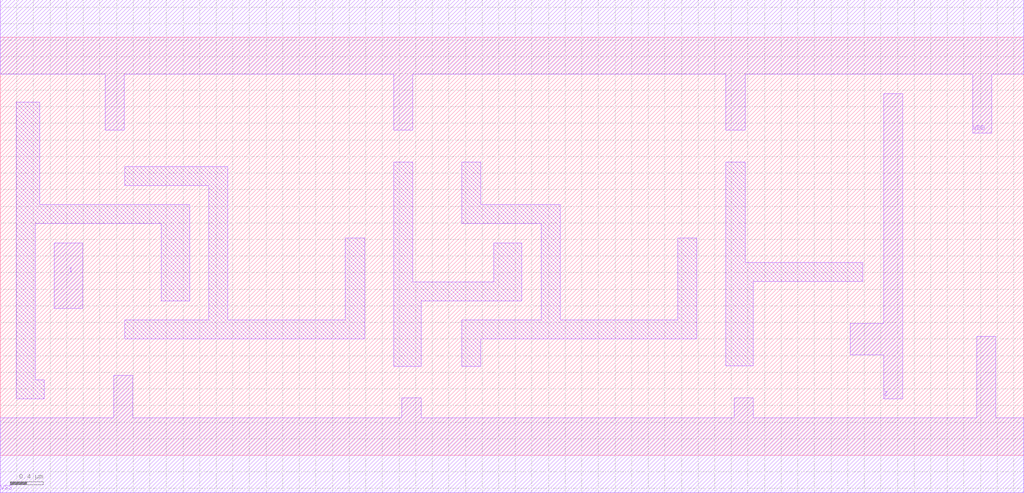
<source format=lef>
# Copyright 2022 GlobalFoundries PDK Authors
#
# Licensed under the Apache License, Version 2.0 (the "License");
# you may not use this file except in compliance with the License.
# You may obtain a copy of the License at
#
#      http://www.apache.org/licenses/LICENSE-2.0
#
# Unless required by applicable law or agreed to in writing, software
# distributed under the License is distributed on an "AS IS" BASIS,
# WITHOUT WARRANTIES OR CONDITIONS OF ANY KIND, either express or implied.
# See the License for the specific language governing permissions and
# limitations under the License.

MACRO gf180mcu_fd_sc_mcu9t5v0__dlyc_2
  CLASS core ;
  FOREIGN gf180mcu_fd_sc_mcu9t5v0__dlyc_2 0.0 0.0 ;
  ORIGIN 0 0 ;
  SYMMETRY X Y ;
  SITE GF018hv5v_green_sc9 ;
  SIZE 12.32 BY 5.04 ;
  PIN I
    DIRECTION INPUT ;
    ANTENNAGATEAREA 0.396 ;
    PORT
      LAYER METAL1 ;
        POLYGON 0.65 1.77 0.99 1.77 0.99 2.56 0.65 2.56  ;
    END
  END I
  PIN Z
    DIRECTION OUTPUT ;
    ANTENNADIFFAREA 1.9125 ;
    PORT
      LAYER METAL1 ;
        POLYGON 10.23 1.21 10.635 1.21 10.635 0.68 10.865 0.68 10.865 4.36 10.635 4.36 10.635 1.59 10.23 1.59  ;
    END
  END Z
  PIN VDD
    DIRECTION INOUT ;
    USE power ;
    SHAPE ABUTMENT ;
    PORT
      LAYER METAL1 ;
        POLYGON 0 4.59 1.265 4.59 1.265 3.915 1.495 3.915 1.495 4.59 4.385 4.59 4.735 4.59 4.735 3.915 4.965 3.915 4.965 4.59 8.385 4.59 8.735 4.59 8.735 3.915 8.965 3.915 8.965 4.59 10.38 4.59 11.705 4.59 11.705 3.88 11.935 3.88 11.935 4.59 12.32 4.59 12.32 5.49 10.38 5.49 8.385 5.49 4.385 5.49 0 5.49  ;
    END
  END VDD
  PIN VSS
    DIRECTION INOUT ;
    USE ground ;
    SHAPE ABUTMENT ;
    PORT
      LAYER METAL1 ;
        POLYGON 0 -0.45 12.32 -0.45 12.32 0.45 11.985 0.45 11.985 1.435 11.755 1.435 11.755 0.45 9.065 0.45 9.065 0.695 8.835 0.695 8.835 0.45 5.065 0.45 5.065 0.69 4.835 0.69 4.835 0.45 1.595 0.45 1.595 0.965 1.365 0.965 1.365 0.45 0 0.45  ;
    END
  END VSS
  OBS
      LAYER METAL1 ;
        POLYGON 0.42 2.79 1.94 2.79 1.94 1.86 2.28 1.86 2.28 3.02 0.475 3.02 0.475 4.255 0.19 4.255 0.19 0.68 0.53 0.68 0.53 0.91 0.42 0.91  ;
        POLYGON 1.5 3.25 2.51 3.25 2.51 1.63 1.5 1.63 1.5 1.4 4.385 1.4 4.385 2.615 4.155 2.615 4.155 1.63 2.74 1.63 2.74 3.48 1.5 3.48  ;
        POLYGON 4.735 1.07 5.065 1.07 5.065 1.86 6.28 1.86 6.28 2.56 5.94 2.56 5.94 2.09 4.965 2.09 4.965 3.535 4.735 3.535  ;
        POLYGON 5.555 2.79 6.51 2.79 6.51 1.63 5.555 1.63 5.555 1.07 5.785 1.07 5.785 1.4 8.385 1.4 8.385 2.615 8.155 2.615 8.155 1.63 6.74 1.63 6.74 3.02 5.785 3.02 5.785 3.535 5.555 3.535  ;
        POLYGON 8.735 1.075 9.065 1.075 9.065 2.095 10.38 2.095 10.38 2.325 8.965 2.325 8.965 3.535 8.735 3.535  ;
  END
END gf180mcu_fd_sc_mcu9t5v0__dlyc_2

</source>
